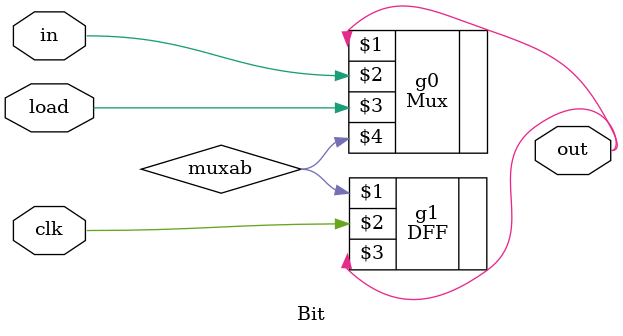
<source format=v>
`include "DFF.v"

module Bit (in, clk, load, out);
    input in, clk, load;
    output out;
    wire muxab;

    Mux g0(out, in, load, muxab);
    DFF g1(muxab, clk, out);
endmodule
</source>
